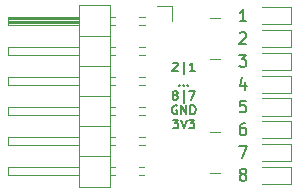
<source format=gto>
%TF.GenerationSoftware,KiCad,Pcbnew,6.0.4-6f826c9f35~116~ubuntu20.04.1*%
%TF.CreationDate,2022-04-19T18:42:39+07:00*%
%TF.ProjectId,pmod-led-array-8,706d6f64-2d6c-4656-942d-61727261792d,1.0*%
%TF.SameCoordinates,Original*%
%TF.FileFunction,Legend,Top*%
%TF.FilePolarity,Positive*%
%FSLAX46Y46*%
G04 Gerber Fmt 4.6, Leading zero omitted, Abs format (unit mm)*
G04 Created by KiCad (PCBNEW 6.0.4-6f826c9f35~116~ubuntu20.04.1) date 2022-04-19 18:42:39*
%MOMM*%
%LPD*%
G01*
G04 APERTURE LIST*
%ADD10C,0.150000*%
%ADD11C,0.120000*%
G04 APERTURE END LIST*
D10*
X168961428Y-79235714D02*
X168997142Y-79200000D01*
X169068571Y-79164285D01*
X169247142Y-79164285D01*
X169318571Y-79200000D01*
X169354285Y-79235714D01*
X169390000Y-79307142D01*
X169390000Y-79378571D01*
X169354285Y-79485714D01*
X168925714Y-79914285D01*
X169390000Y-79914285D01*
X169890000Y-80164285D02*
X169890000Y-79092857D01*
X170818571Y-79914285D02*
X170390000Y-79914285D01*
X170604285Y-79914285D02*
X170604285Y-79164285D01*
X170532857Y-79271428D01*
X170461428Y-79342857D01*
X170390000Y-79378571D01*
X169532857Y-81050357D02*
X169568571Y-81086071D01*
X169532857Y-81121785D01*
X169497142Y-81086071D01*
X169532857Y-81050357D01*
X169532857Y-81121785D01*
X169890000Y-81050357D02*
X169925714Y-81086071D01*
X169890000Y-81121785D01*
X169854285Y-81086071D01*
X169890000Y-81050357D01*
X169890000Y-81121785D01*
X170247142Y-81050357D02*
X170282857Y-81086071D01*
X170247142Y-81121785D01*
X170211428Y-81086071D01*
X170247142Y-81050357D01*
X170247142Y-81121785D01*
X169104285Y-81900714D02*
X169032857Y-81865000D01*
X168997142Y-81829285D01*
X168961428Y-81757857D01*
X168961428Y-81722142D01*
X168997142Y-81650714D01*
X169032857Y-81615000D01*
X169104285Y-81579285D01*
X169247142Y-81579285D01*
X169318571Y-81615000D01*
X169354285Y-81650714D01*
X169390000Y-81722142D01*
X169390000Y-81757857D01*
X169354285Y-81829285D01*
X169318571Y-81865000D01*
X169247142Y-81900714D01*
X169104285Y-81900714D01*
X169032857Y-81936428D01*
X168997142Y-81972142D01*
X168961428Y-82043571D01*
X168961428Y-82186428D01*
X168997142Y-82257857D01*
X169032857Y-82293571D01*
X169104285Y-82329285D01*
X169247142Y-82329285D01*
X169318571Y-82293571D01*
X169354285Y-82257857D01*
X169390000Y-82186428D01*
X169390000Y-82043571D01*
X169354285Y-81972142D01*
X169318571Y-81936428D01*
X169247142Y-81900714D01*
X169890000Y-82579285D02*
X169890000Y-81507857D01*
X170354285Y-81579285D02*
X170854285Y-81579285D01*
X170532857Y-82329285D01*
X169318571Y-82822500D02*
X169247142Y-82786785D01*
X169140000Y-82786785D01*
X169032857Y-82822500D01*
X168961428Y-82893928D01*
X168925714Y-82965357D01*
X168890000Y-83108214D01*
X168890000Y-83215357D01*
X168925714Y-83358214D01*
X168961428Y-83429642D01*
X169032857Y-83501071D01*
X169140000Y-83536785D01*
X169211428Y-83536785D01*
X169318571Y-83501071D01*
X169354285Y-83465357D01*
X169354285Y-83215357D01*
X169211428Y-83215357D01*
X169675714Y-83536785D02*
X169675714Y-82786785D01*
X170104285Y-83536785D01*
X170104285Y-82786785D01*
X170461428Y-83536785D02*
X170461428Y-82786785D01*
X170640000Y-82786785D01*
X170747142Y-82822500D01*
X170818571Y-82893928D01*
X170854285Y-82965357D01*
X170890000Y-83108214D01*
X170890000Y-83215357D01*
X170854285Y-83358214D01*
X170818571Y-83429642D01*
X170747142Y-83501071D01*
X170640000Y-83536785D01*
X170461428Y-83536785D01*
X168961428Y-83994285D02*
X169425714Y-83994285D01*
X169175714Y-84280000D01*
X169282857Y-84280000D01*
X169354285Y-84315714D01*
X169390000Y-84351428D01*
X169425714Y-84422857D01*
X169425714Y-84601428D01*
X169390000Y-84672857D01*
X169354285Y-84708571D01*
X169282857Y-84744285D01*
X169068571Y-84744285D01*
X168997142Y-84708571D01*
X168961428Y-84672857D01*
X169640000Y-83994285D02*
X169890000Y-84744285D01*
X170140000Y-83994285D01*
X170318571Y-83994285D02*
X170782857Y-83994285D01*
X170532857Y-84280000D01*
X170640000Y-84280000D01*
X170711428Y-84315714D01*
X170747142Y-84351428D01*
X170782857Y-84422857D01*
X170782857Y-84601428D01*
X170747142Y-84672857D01*
X170711428Y-84708571D01*
X170640000Y-84744285D01*
X170425714Y-84744285D01*
X170354285Y-84708571D01*
X170318571Y-84672857D01*
%TO.C,7*%
X174576666Y-86242380D02*
X175243333Y-86242380D01*
X174814761Y-87242380D01*
%TO.C,4*%
X175100476Y-80785714D02*
X175100476Y-81452380D01*
X174862380Y-80404761D02*
X174624285Y-81119047D01*
X175243333Y-81119047D01*
%TO.C,5*%
X175148095Y-82382380D02*
X174671904Y-82382380D01*
X174624285Y-82858571D01*
X174671904Y-82810952D01*
X174767142Y-82763333D01*
X175005238Y-82763333D01*
X175100476Y-82810952D01*
X175148095Y-82858571D01*
X175195714Y-82953809D01*
X175195714Y-83191904D01*
X175148095Y-83287142D01*
X175100476Y-83334761D01*
X175005238Y-83382380D01*
X174767142Y-83382380D01*
X174671904Y-83334761D01*
X174624285Y-83287142D01*
%TO.C,6*%
X175100476Y-84312380D02*
X174910000Y-84312380D01*
X174814761Y-84360000D01*
X174767142Y-84407619D01*
X174671904Y-84550476D01*
X174624285Y-84740952D01*
X174624285Y-85121904D01*
X174671904Y-85217142D01*
X174719523Y-85264761D01*
X174814761Y-85312380D01*
X175005238Y-85312380D01*
X175100476Y-85264761D01*
X175148095Y-85217142D01*
X175195714Y-85121904D01*
X175195714Y-84883809D01*
X175148095Y-84788571D01*
X175100476Y-84740952D01*
X175005238Y-84693333D01*
X174814761Y-84693333D01*
X174719523Y-84740952D01*
X174671904Y-84788571D01*
X174624285Y-84883809D01*
%TO.C,3*%
X174576666Y-78522380D02*
X175195714Y-78522380D01*
X174862380Y-78903333D01*
X175005238Y-78903333D01*
X175100476Y-78950952D01*
X175148095Y-78998571D01*
X175195714Y-79093809D01*
X175195714Y-79331904D01*
X175148095Y-79427142D01*
X175100476Y-79474761D01*
X175005238Y-79522380D01*
X174719523Y-79522380D01*
X174624285Y-79474761D01*
X174576666Y-79427142D01*
%TO.C,2*%
X174624285Y-76677619D02*
X174671904Y-76630000D01*
X174767142Y-76582380D01*
X175005238Y-76582380D01*
X175100476Y-76630000D01*
X175148095Y-76677619D01*
X175195714Y-76772857D01*
X175195714Y-76868095D01*
X175148095Y-77010952D01*
X174576666Y-77582380D01*
X175195714Y-77582380D01*
%TO.C,8*%
X174814761Y-88600952D02*
X174719523Y-88553333D01*
X174671904Y-88505714D01*
X174624285Y-88410476D01*
X174624285Y-88362857D01*
X174671904Y-88267619D01*
X174719523Y-88220000D01*
X174814761Y-88172380D01*
X175005238Y-88172380D01*
X175100476Y-88220000D01*
X175148095Y-88267619D01*
X175195714Y-88362857D01*
X175195714Y-88410476D01*
X175148095Y-88505714D01*
X175100476Y-88553333D01*
X175005238Y-88600952D01*
X174814761Y-88600952D01*
X174719523Y-88648571D01*
X174671904Y-88696190D01*
X174624285Y-88791428D01*
X174624285Y-88981904D01*
X174671904Y-89077142D01*
X174719523Y-89124761D01*
X174814761Y-89172380D01*
X175005238Y-89172380D01*
X175100476Y-89124761D01*
X175148095Y-89077142D01*
X175195714Y-88981904D01*
X175195714Y-88791428D01*
X175148095Y-88696190D01*
X175100476Y-88648571D01*
X175005238Y-88600952D01*
%TO.C,1*%
X175195714Y-75662380D02*
X174624285Y-75662380D01*
X174910000Y-75662380D02*
X174910000Y-74662380D01*
X174814761Y-74805238D01*
X174719523Y-74900476D01*
X174624285Y-74948095D01*
D11*
%TO.C,7*%
X178960000Y-87525000D02*
X178960000Y-86055000D01*
X176500000Y-87525000D02*
X178960000Y-87525000D01*
X178960000Y-86055000D02*
X176500000Y-86055000D01*
%TO.C,4*%
X178960000Y-80265000D02*
X176500000Y-80265000D01*
X178960000Y-81735000D02*
X178960000Y-80265000D01*
X176500000Y-81735000D02*
X178960000Y-81735000D01*
%TO.C,R1*%
X172150000Y-75420000D02*
X172950000Y-75420000D01*
X172150000Y-78860000D02*
X172950000Y-78860000D01*
%TO.C,5*%
X178960000Y-83665000D02*
X178960000Y-82195000D01*
X176500000Y-83665000D02*
X178960000Y-83665000D01*
X178960000Y-82195000D02*
X176500000Y-82195000D01*
%TO.C,6*%
X176500000Y-85595000D02*
X178960000Y-85595000D01*
X178960000Y-85595000D02*
X178960000Y-84125000D01*
X178960000Y-84125000D02*
X176500000Y-84125000D01*
%TO.C,3*%
X178960000Y-78335000D02*
X176500000Y-78335000D01*
X176500000Y-79805000D02*
X178960000Y-79805000D01*
X178960000Y-79805000D02*
X178960000Y-78335000D01*
%TO.C,2*%
X176500000Y-77875000D02*
X178960000Y-77875000D01*
X178960000Y-76405000D02*
X176500000Y-76405000D01*
X178960000Y-77875000D02*
X178960000Y-76405000D01*
%TO.C,J1*%
X164057071Y-88730000D02*
X163660000Y-88730000D01*
X163660000Y-84540000D02*
X161000000Y-84540000D01*
X155000000Y-77810000D02*
X161000000Y-77810000D01*
X163660000Y-82000000D02*
X161000000Y-82000000D01*
X164057071Y-80350000D02*
X163660000Y-80350000D01*
X166597071Y-78570000D02*
X166142929Y-78570000D01*
X164057071Y-75270000D02*
X163660000Y-75270000D01*
X155000000Y-76030000D02*
X155000000Y-75270000D01*
X161000000Y-89680000D02*
X163660000Y-89680000D01*
X155000000Y-75270000D02*
X161000000Y-75270000D01*
X155000000Y-83650000D02*
X155000000Y-82890000D01*
X161000000Y-78570000D02*
X155000000Y-78570000D01*
X163660000Y-89680000D02*
X163660000Y-74320000D01*
X155000000Y-81110000D02*
X155000000Y-80350000D01*
X168910000Y-74380000D02*
X168910000Y-75650000D01*
X166597071Y-81110000D02*
X166142929Y-81110000D01*
X161000000Y-75610000D02*
X155000000Y-75610000D01*
X161000000Y-74320000D02*
X161000000Y-89680000D01*
X164057071Y-86190000D02*
X163660000Y-86190000D01*
X161000000Y-75730000D02*
X155000000Y-75730000D01*
X167640000Y-74380000D02*
X168910000Y-74380000D01*
X166597071Y-77810000D02*
X166142929Y-77810000D01*
X161000000Y-76030000D02*
X155000000Y-76030000D01*
X166597071Y-76030000D02*
X166142929Y-76030000D01*
X161000000Y-75370000D02*
X155000000Y-75370000D01*
X164057071Y-87970000D02*
X163660000Y-87970000D01*
X161000000Y-83650000D02*
X155000000Y-83650000D01*
X163660000Y-74320000D02*
X161000000Y-74320000D01*
X155000000Y-87970000D02*
X161000000Y-87970000D01*
X166597071Y-85430000D02*
X166142929Y-85430000D01*
X164057071Y-78570000D02*
X163660000Y-78570000D01*
X155000000Y-86190000D02*
X155000000Y-85430000D01*
X164057071Y-85430000D02*
X163660000Y-85430000D01*
X155000000Y-85430000D02*
X161000000Y-85430000D01*
X164057071Y-83650000D02*
X163660000Y-83650000D01*
X166530000Y-88730000D02*
X166142929Y-88730000D01*
X166597071Y-86190000D02*
X166142929Y-86190000D01*
X166530000Y-87970000D02*
X166142929Y-87970000D01*
X163660000Y-87080000D02*
X161000000Y-87080000D01*
X166597071Y-80350000D02*
X166142929Y-80350000D01*
X155000000Y-88730000D02*
X155000000Y-87970000D01*
X155000000Y-78570000D02*
X155000000Y-77810000D01*
X166597071Y-82890000D02*
X166142929Y-82890000D01*
X166597071Y-75270000D02*
X166142929Y-75270000D01*
X164057071Y-77810000D02*
X163660000Y-77810000D01*
X161000000Y-88730000D02*
X155000000Y-88730000D01*
X161000000Y-75490000D02*
X155000000Y-75490000D01*
X163660000Y-79460000D02*
X161000000Y-79460000D01*
X164057071Y-81110000D02*
X163660000Y-81110000D01*
X161000000Y-81110000D02*
X155000000Y-81110000D01*
X164057071Y-82890000D02*
X163660000Y-82890000D01*
X161000000Y-86190000D02*
X155000000Y-86190000D01*
X164057071Y-76030000D02*
X163660000Y-76030000D01*
X161000000Y-75850000D02*
X155000000Y-75850000D01*
X155000000Y-82890000D02*
X161000000Y-82890000D01*
X155000000Y-80350000D02*
X161000000Y-80350000D01*
X166597071Y-83650000D02*
X166142929Y-83650000D01*
X163660000Y-76920000D02*
X161000000Y-76920000D01*
X161000000Y-75970000D02*
X155000000Y-75970000D01*
%TO.C,R2*%
X172150000Y-85070000D02*
X172950000Y-85070000D01*
X172150000Y-88510000D02*
X172950000Y-88510000D01*
%TO.C,8*%
X178960000Y-87985000D02*
X176500000Y-87985000D01*
X178960000Y-89455000D02*
X178960000Y-87985000D01*
X176500000Y-89455000D02*
X178960000Y-89455000D01*
%TO.C,1*%
X178960000Y-74475000D02*
X176500000Y-74475000D01*
X176500000Y-75945000D02*
X178960000Y-75945000D01*
X178960000Y-75945000D02*
X178960000Y-74475000D01*
%TD*%
M02*

</source>
